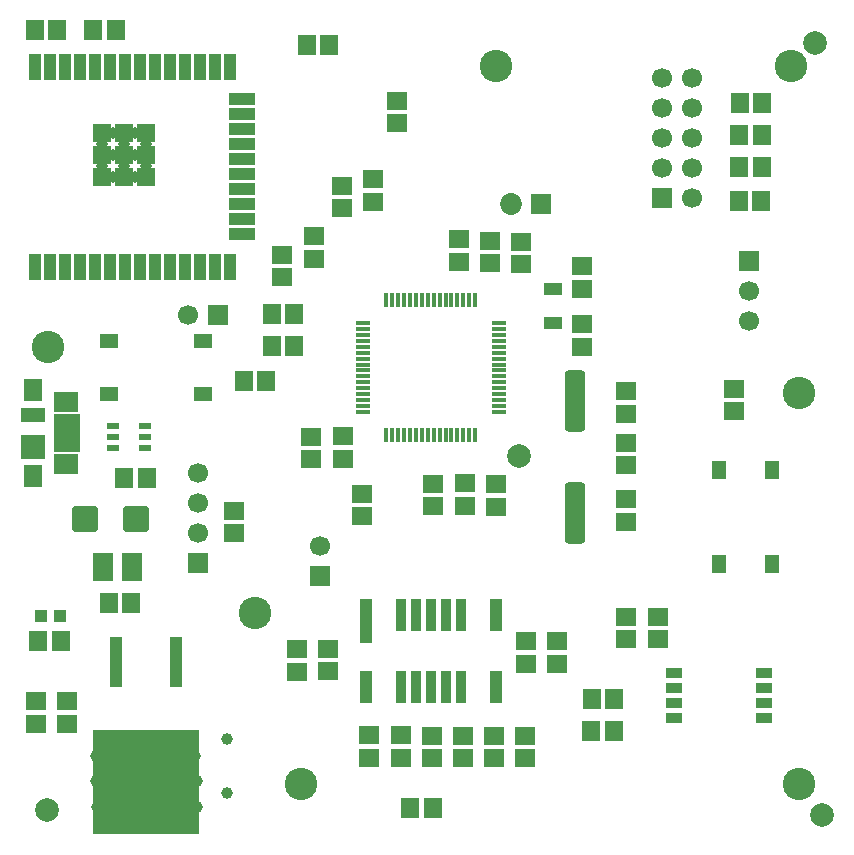
<source format=gbs>
G04*
G04 #@! TF.GenerationSoftware,Altium Limited,Altium Designer,19.1.6 (110)*
G04*
G04 Layer_Color=16711935*
%FSLAX25Y25*%
%MOIN*%
G70*
G01*
G75*
%ADD15C,0.03937*%
%ADD16R,0.05906X0.06693*%
%ADD17R,0.06693X0.05906*%
%ADD18C,0.07874*%
%ADD19R,0.06693X0.06693*%
%ADD20C,0.06693*%
%ADD21R,0.06693X0.06693*%
%ADD22C,0.07287*%
%ADD23C,0.10827*%
%ADD52R,0.06844X0.09500*%
%ADD53R,0.03850X0.02200*%
%ADD57R,0.05100X0.06100*%
%ADD61R,0.06300X0.04400*%
%ADD62R,0.01200X0.04700*%
%ADD63R,0.04700X0.01200*%
%ADD64R,0.06100X0.05100*%
%ADD73R,0.05787X0.03780*%
%ADD74R,0.03937X0.03937*%
G04:AMPARAMS|DCode=75|XSize=88.98mil|YSize=87.4mil|CornerRadius=13.88mil|HoleSize=0mil|Usage=FLASHONLY|Rotation=0.000|XOffset=0mil|YOffset=0mil|HoleType=Round|Shape=RoundedRectangle|*
%AMROUNDEDRECTD75*
21,1,0.08898,0.05965,0,0,0.0*
21,1,0.06122,0.08740,0,0,0.0*
1,1,0.02776,0.03061,-0.02982*
1,1,0.02776,-0.03061,-0.02982*
1,1,0.02776,-0.03061,0.02982*
1,1,0.02776,0.03061,0.02982*
%
%ADD75ROUNDEDRECTD75*%
%ADD76R,0.08521X0.02559*%
%ADD77R,0.07890X0.06898*%
%ADD78R,0.08268X0.07874*%
%ADD79R,0.08268X0.04724*%
%ADD80R,0.05906X0.07783*%
%ADD81R,0.04488X0.17008*%
%ADD82R,0.35315X0.34961*%
G04:AMPARAMS|DCode=83|XSize=205.12mil|YSize=67.32mil|CornerRadius=11.37mil|HoleSize=0mil|Usage=FLASHONLY|Rotation=270.000|XOffset=0mil|YOffset=0mil|HoleType=Round|Shape=RoundedRectangle|*
%AMROUNDEDRECTD83*
21,1,0.20512,0.04459,0,0,270.0*
21,1,0.18238,0.06732,0,0,270.0*
1,1,0.02274,-0.02229,-0.09119*
1,1,0.02274,-0.02229,0.09119*
1,1,0.02274,0.02229,0.09119*
1,1,0.02274,0.02229,-0.09119*
%
%ADD83ROUNDEDRECTD83*%
%ADD84R,0.03937X0.11024*%
%ADD85R,0.03937X0.14961*%
%ADD86R,0.03543X0.11024*%
%ADD87R,0.06024X0.06024*%
%ADD88R,0.04331X0.08661*%
%ADD89R,0.08661X0.04331*%
D15*
X44685Y226604D02*
D03*
Y233829D02*
D03*
X41073Y222992D02*
D03*
Y230217D02*
D03*
Y237441D02*
D03*
X37461Y226604D02*
D03*
Y233829D02*
D03*
X33848Y222992D02*
D03*
Y230217D02*
D03*
Y237441D02*
D03*
X30236Y226604D02*
D03*
Y233829D02*
D03*
X28051Y29823D02*
D03*
X28150Y21457D02*
D03*
X28346Y12894D02*
D03*
X61713D02*
D03*
X61909Y21457D02*
D03*
X61319Y29823D02*
D03*
X53543D02*
D03*
X54035Y21457D02*
D03*
X53445Y12894D02*
D03*
X44783D02*
D03*
X45000Y21457D02*
D03*
X45472Y29823D02*
D03*
X36122D02*
D03*
X36319Y21457D02*
D03*
X36024Y12894D02*
D03*
X71752Y35630D02*
D03*
X71973Y17768D02*
D03*
D16*
X8957Y68307D02*
D03*
X16437D02*
D03*
X200787Y38386D02*
D03*
X193307D02*
D03*
X200886Y48917D02*
D03*
X193405D02*
D03*
X84957Y155020D02*
D03*
X77476D02*
D03*
X94193Y166732D02*
D03*
X86713D02*
D03*
X27264Y271850D02*
D03*
X34744D02*
D03*
X140365Y12643D02*
D03*
X132884D02*
D03*
X249902Y214961D02*
D03*
X242421D02*
D03*
X250098Y226181D02*
D03*
X242618D02*
D03*
X250098Y236811D02*
D03*
X242618D02*
D03*
X250197Y247441D02*
D03*
X242717D02*
D03*
X105909Y267069D02*
D03*
X98428D02*
D03*
X15256Y271850D02*
D03*
X7776D02*
D03*
X94291Y177165D02*
D03*
X86811D02*
D03*
X39961Y80905D02*
D03*
X32480D02*
D03*
X37598Y122638D02*
D03*
X45079D02*
D03*
D17*
X204724Y68898D02*
D03*
Y76378D02*
D03*
X215453Y68799D02*
D03*
Y76279D02*
D03*
X129823Y36781D02*
D03*
Y29301D02*
D03*
X119223Y36781D02*
D03*
Y29301D02*
D03*
X140123Y36681D02*
D03*
Y29201D02*
D03*
X171260Y36614D02*
D03*
Y29134D02*
D03*
X150591D02*
D03*
Y36614D02*
D03*
X116929Y117421D02*
D03*
Y109941D02*
D03*
X99869Y136409D02*
D03*
Y128928D02*
D03*
X159369Y194228D02*
D03*
Y201709D02*
D03*
X151181Y120866D02*
D03*
Y113386D02*
D03*
X110468Y136509D02*
D03*
Y129028D02*
D03*
X149068Y194628D02*
D03*
Y202109D02*
D03*
X161516Y120472D02*
D03*
Y112992D02*
D03*
X140484Y120647D02*
D03*
Y113166D02*
D03*
X190059Y185728D02*
D03*
Y193209D02*
D03*
Y173917D02*
D03*
Y166437D02*
D03*
X169968Y193828D02*
D03*
Y201309D02*
D03*
X181693Y60728D02*
D03*
Y68209D02*
D03*
X105610Y58169D02*
D03*
Y65650D02*
D03*
X95079Y58071D02*
D03*
Y65551D02*
D03*
X171457Y60728D02*
D03*
Y68209D02*
D03*
X100787Y195669D02*
D03*
Y203150D02*
D03*
X90256Y189567D02*
D03*
Y197047D02*
D03*
X128368Y240928D02*
D03*
Y248409D02*
D03*
X120472Y214665D02*
D03*
Y222146D02*
D03*
X110138Y212598D02*
D03*
Y220079D02*
D03*
X18464Y40660D02*
D03*
Y48140D02*
D03*
X240813Y144957D02*
D03*
Y152438D02*
D03*
X74085Y104117D02*
D03*
Y111598D02*
D03*
X204869Y144028D02*
D03*
Y151509D02*
D03*
X204768Y115509D02*
D03*
Y108028D02*
D03*
X204869Y126828D02*
D03*
Y134309D02*
D03*
X8164Y40660D02*
D03*
Y48140D02*
D03*
X160925Y29232D02*
D03*
Y36713D02*
D03*
D18*
X270177Y10335D02*
D03*
X169291Y129921D02*
D03*
X267717Y267717D02*
D03*
X11811Y11811D02*
D03*
D19*
X102854Y89803D02*
D03*
X216673Y216024D02*
D03*
X62077Y94314D02*
D03*
X245965Y195039D02*
D03*
D20*
X102854Y99803D02*
D03*
X226673Y256024D02*
D03*
X216673D02*
D03*
X226673Y246024D02*
D03*
X216673D02*
D03*
X226673Y236024D02*
D03*
X216673D02*
D03*
X226673Y226024D02*
D03*
X216673D02*
D03*
X226673Y216024D02*
D03*
X62077Y104314D02*
D03*
Y114314D02*
D03*
Y124314D02*
D03*
X245965Y185039D02*
D03*
Y175039D02*
D03*
X58701Y176870D02*
D03*
D21*
X176339Y213779D02*
D03*
X68701Y176870D02*
D03*
D22*
X166339Y213779D02*
D03*
D23*
X12106Y166339D02*
D03*
X96457Y20669D02*
D03*
X262500Y150886D02*
D03*
X161417Y259842D02*
D03*
X81201Y77559D02*
D03*
X262500Y20669D02*
D03*
X259842Y259842D02*
D03*
D52*
X30358Y92815D02*
D03*
X40114D02*
D03*
D53*
X44548Y140059D02*
D03*
Y136319D02*
D03*
Y132579D02*
D03*
X33798D02*
D03*
Y136319D02*
D03*
Y140059D02*
D03*
D57*
X253543Y125295D02*
D03*
X235827D02*
D03*
Y93996D02*
D03*
X253543D02*
D03*
D61*
X180413Y185523D02*
D03*
Y174123D02*
D03*
D62*
X154528Y182087D02*
D03*
X152559D02*
D03*
X150591D02*
D03*
X148622D02*
D03*
X146653D02*
D03*
X144685D02*
D03*
X142717D02*
D03*
X140748D02*
D03*
X138779D02*
D03*
X136811D02*
D03*
X134843D02*
D03*
X132874D02*
D03*
X130905D02*
D03*
X128937D02*
D03*
X126969D02*
D03*
X125000D02*
D03*
Y136811D02*
D03*
X126969D02*
D03*
X128937D02*
D03*
X130905D02*
D03*
X132874D02*
D03*
X134843D02*
D03*
X136811D02*
D03*
X138779D02*
D03*
X140748D02*
D03*
X142717D02*
D03*
X144685D02*
D03*
X146653D02*
D03*
X148622D02*
D03*
X150591D02*
D03*
X152559D02*
D03*
X154528D02*
D03*
D63*
X117126Y174213D02*
D03*
Y172244D02*
D03*
Y170276D02*
D03*
Y168307D02*
D03*
Y166339D02*
D03*
Y164370D02*
D03*
Y162402D02*
D03*
Y160433D02*
D03*
Y158465D02*
D03*
Y156496D02*
D03*
Y154527D02*
D03*
Y152559D02*
D03*
Y150591D02*
D03*
Y148622D02*
D03*
Y146653D02*
D03*
Y144685D02*
D03*
X162402D02*
D03*
Y146653D02*
D03*
Y148622D02*
D03*
Y150591D02*
D03*
Y152559D02*
D03*
Y154527D02*
D03*
Y156496D02*
D03*
Y158465D02*
D03*
Y160433D02*
D03*
Y162402D02*
D03*
Y164370D02*
D03*
Y166339D02*
D03*
Y168307D02*
D03*
Y170276D02*
D03*
Y172244D02*
D03*
Y174213D02*
D03*
D64*
X32480Y150492D02*
D03*
Y168209D02*
D03*
X63779D02*
D03*
Y150492D02*
D03*
D73*
X250925Y52697D02*
D03*
Y47697D02*
D03*
Y42697D02*
D03*
Y57697D02*
D03*
X220925D02*
D03*
Y52697D02*
D03*
Y47697D02*
D03*
Y42697D02*
D03*
D74*
X9744Y76673D02*
D03*
X16043D02*
D03*
D75*
X41339Y108858D02*
D03*
X24606D02*
D03*
D76*
X18659Y132480D02*
D03*
Y135039D02*
D03*
Y137598D02*
D03*
Y140157D02*
D03*
Y142717D02*
D03*
D77*
X18024Y147892D02*
D03*
Y127305D02*
D03*
D78*
X7087Y133071D02*
D03*
D79*
Y143701D02*
D03*
D80*
Y123311D02*
D03*
Y151886D02*
D03*
D81*
X35000Y61367D02*
D03*
X55000D02*
D03*
D82*
X45000Y21209D02*
D03*
D83*
X187700Y111027D02*
D03*
Y148428D02*
D03*
D84*
X118110Y52953D02*
D03*
X161417Y76968D02*
D03*
Y52953D02*
D03*
D85*
X118110Y75000D02*
D03*
D86*
X129764Y76968D02*
D03*
X134764D02*
D03*
X139764D02*
D03*
X144764D02*
D03*
X149764D02*
D03*
Y52953D02*
D03*
X144764D02*
D03*
X139764D02*
D03*
X134764D02*
D03*
X129764D02*
D03*
D87*
X44685Y222992D02*
D03*
Y230217D02*
D03*
Y237441D02*
D03*
X37461Y222992D02*
D03*
Y230217D02*
D03*
Y237441D02*
D03*
X30236Y222992D02*
D03*
Y230217D02*
D03*
Y237441D02*
D03*
D88*
X7933Y192815D02*
D03*
X12933D02*
D03*
X17933D02*
D03*
X22933D02*
D03*
X27933D02*
D03*
X32933D02*
D03*
X37933D02*
D03*
X42933D02*
D03*
X47933D02*
D03*
X52933D02*
D03*
X57933D02*
D03*
X62933D02*
D03*
X67933D02*
D03*
X72933D02*
D03*
Y259744D02*
D03*
X67933D02*
D03*
X62933D02*
D03*
X57933D02*
D03*
X52933D02*
D03*
X47933D02*
D03*
X42933D02*
D03*
X37933D02*
D03*
X32933D02*
D03*
X27933D02*
D03*
X22933D02*
D03*
X17933D02*
D03*
X12933D02*
D03*
X7933D02*
D03*
D89*
X76870Y203780D02*
D03*
Y208780D02*
D03*
Y213779D02*
D03*
Y218779D02*
D03*
Y223780D02*
D03*
Y228780D02*
D03*
Y233780D02*
D03*
Y238779D02*
D03*
Y243779D02*
D03*
Y248780D02*
D03*
M02*

</source>
